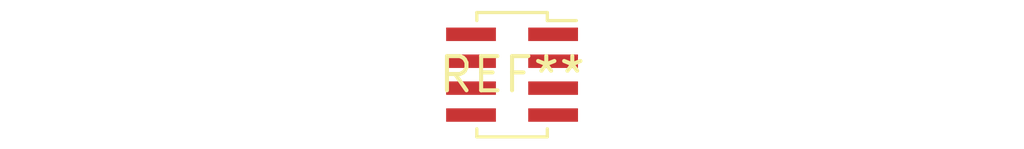
<source format=kicad_pcb>
(kicad_pcb (version 20240108) (generator pcbnew)
  (layers (0 "F.Cu" signal) (31 "B.Cu" signal) (34 "B.Paste" user) (35 "F.Paste" user) (36 "B.SilkS" user "B.Silkscreen") (37 "F.SilkS" user "F.Silkscreen") (38 "B.Mask" user) (39 "F.Mask" user) (44 "Edge.Cuts" user))
  (net 0 "")
  (footprint "PinSocket_2x04_P1.00mm_Vertical_SMD" (layer "F.Cu") (at 0 0)
    (property "Reference" "REF**")
    (property "Value" "PinSocket_2x04_P1.00mm_Vertical_SMD")
    (fp_line (start -1.31 -2.31) (end -1.31 -2.01) (layer "F.SilkS") (stroke (width 0.12)))
    (fp_line (start -1.31 -2.31) (end 1.31 -2.31) (layer "F.SilkS") (stroke (width 0.12)))
    (fp_line (start -1.31 2.01) (end -1.31 2.31) (layer "F.SilkS") (stroke (width 0.12)))
    (fp_line (start -1.31 2.31) (end 1.31 2.31) (layer "F.SilkS") (stroke (width 0.12)))
    (fp_line (start 1.31 -2.31) (end 1.31 -2.01) (layer "F.SilkS") (stroke (width 0.12)))
    (fp_line (start 1.31 -2.01) (end 2.39 -2.01) (layer "F.SilkS") (stroke (width 0.12)))
    (fp_line (start 1.31 2.01) (end 1.31 2.31) (layer "F.SilkS") (stroke (width 0.12)))
    (pad "1" smd rect (at 1.525 -1.5) (size 1.85 0.5) (layers "F.Cu" "F.Paste" "F.Mask"))
    (pad "2" smd rect (at -1.525 -1.5) (size 1.85 0.5) (layers "F.Cu" "F.Paste" "F.Mask"))
    (pad "3" smd rect (at 1.525 -0.5) (size 1.85 0.5) (layers "F.Cu" "F.Paste" "F.Mask"))
    (pad "4" smd rect (at -1.525 -0.5) (size 1.85 0.5) (layers "F.Cu" "F.Paste" "F.Mask"))
    (pad "5" smd rect (at 1.525 0.5) (size 1.85 0.5) (layers "F.Cu" "F.Paste" "F.Mask"))
    (pad "6" smd rect (at -1.525 0.5) (size 1.85 0.5) (layers "F.Cu" "F.Paste" "F.Mask"))
    (pad "7" smd rect (at 1.525 1.5) (size 1.85 0.5) (layers "F.Cu" "F.Paste" "F.Mask"))
    (pad "8" smd rect (at -1.525 1.5) (size 1.85 0.5) (layers "F.Cu" "F.Paste" "F.Mask"))
  )
)
</source>
